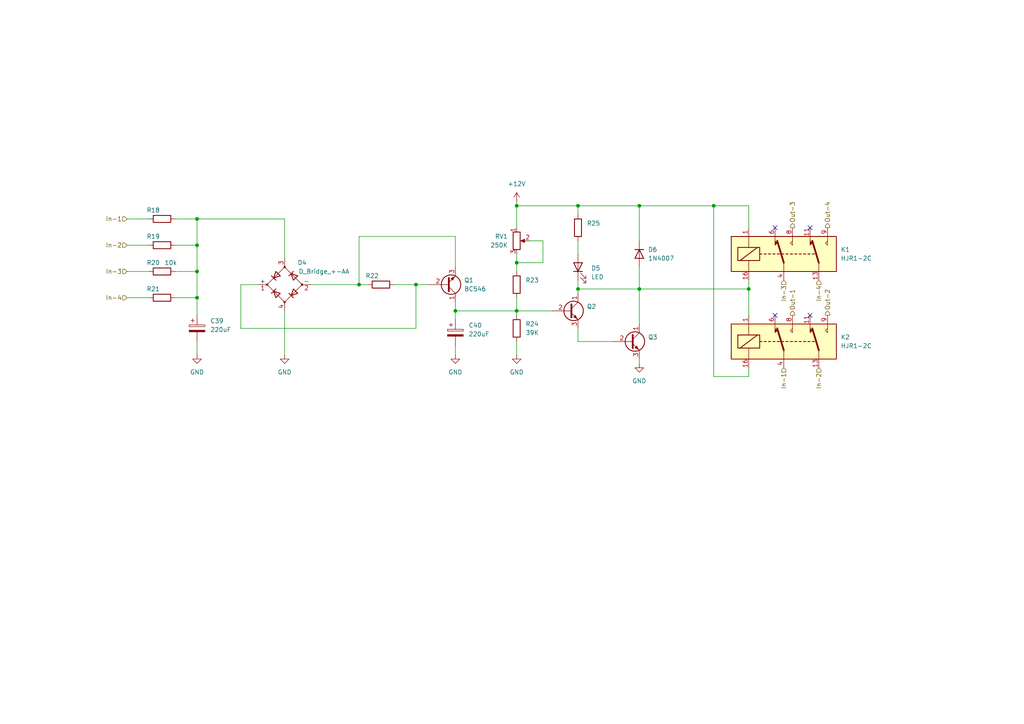
<source format=kicad_sch>
(kicad_sch (version 20211123) (generator eeschema)
  (paper "A4")
  (lib_symbols
    (symbol "Device:C_Polarized" (pin_numbers hide) (pin_names (offset 0.254))
      (property "Reference" "C" (at 0.635 2.54 0))
      (property "Value" "C_Polarized" (at 0.635 -2.54 0))
      (symbol "C_Polarized_0_1"
        (rectangle (start -2.286 0.508) (end 2.286 1.016))
        (polyline (pts (xy -1.778 2.286) (xy -0.762 2.286)))
        (polyline (pts (xy -1.27 2.794) (xy -1.27 1.778)))
        (rectangle (start 2.286 -0.508) (end -2.286 -1.016) (fill (type outline)))
      )
      (symbol "C_Polarized_1_1"
        (pin passive line (at 0 3.81 270) (length 2.794) (name "~") (number "1"))
        (pin passive line (at 0 -3.81 90) (length 2.794) (name "~") (number "2"))
      )
    )
    (symbol "Device:D_Bridge_+-AA" (pin_names (offset 0))
      (property "Reference" "D" (at 2.54 6.985 0))
      (property "Value" "D_Bridge_+-AA" (at 2.54 5.08 0))
      (symbol "D_Bridge_+-AA_0_1"
        (circle (center -5.08 0) (radius 0.254) (fill (type outline)))
        (circle (center 0 -5.08) (radius 0.254) (fill (type outline)))
        (polyline (pts (xy -2.54 3.81) (xy -1.27 2.54)) (stroke (width 0.254)))
        (polyline (pts (xy -1.27 -2.54) (xy -2.54 -3.81)) (stroke (width 0.254)))
        (polyline (pts (xy 2.54 -1.27) (xy 3.81 -2.54)) (stroke (width 0.254)))
        (polyline (pts (xy 2.54 1.27) (xy 3.81 2.54)) (stroke (width 0.254)))
        (polyline (pts (xy -3.81 2.54) (xy -2.54 1.27) (xy -1.905 3.175) (xy -3.81 2.54)) (stroke (width 0.254)))
        (polyline (pts (xy -2.54 -1.27) (xy -3.81 -2.54) (xy -1.905 -3.175) (xy -2.54 -1.27)) (stroke (width 0.254)))
        (polyline (pts (xy 1.27 2.54) (xy 2.54 3.81) (xy 3.175 1.905) (xy 1.27 2.54)) (stroke (width 0.254)))
        (polyline (pts (xy 3.175 -1.905) (xy 1.27 -2.54) (xy 2.54 -3.81) (xy 3.175 -1.905)) (stroke (width 0.254)))
        (polyline (pts (xy -5.08 0) (xy 0 -5.08) (xy 5.08 0) (xy 0 5.08) (xy -5.08 0)))
        (circle (center 0 5.08) (radius 0.254) (fill (type outline)))
        (circle (center 5.08 0) (radius 0.254) (fill (type outline)))
      )
      (symbol "D_Bridge_+-AA_1_1"
        (pin passive line (at 7.62 0 180) (length 2.54) (name "+") (number "1"))
        (pin passive line (at -7.62 0 0) (length 2.54) (name "-") (number "2"))
        (pin passive line (at 0 7.62 270) (length 2.54) (name "~") (number "3"))
        (pin passive line (at 0 -7.62 90) (length 2.54) (name "~") (number "4"))
      )
    )
    (symbol "Device:LED" (pin_numbers hide) (pin_names (offset 1.016) hide)
      (property "Reference" "D" (at 0 2.54 0))
      (property "Value" "LED" (at 0 -2.54 0))
      (symbol "LED_0_1"
        (polyline (pts (xy -1.27 -1.27) (xy -1.27 1.27)) (stroke (width 0.254)))
        (polyline (pts (xy -1.27 0) (xy 1.27 0)))
        (polyline (pts (xy 1.27 -1.27) (xy 1.27 1.27) (xy -1.27 0) (xy 1.27 -1.27)) (stroke (width 0.254)))
        (polyline (pts (xy -3.048 -0.762) (xy -4.572 -2.286) (xy -3.81 -2.286) (xy -4.572 -2.286) (xy -4.572 -1.524)))
        (polyline (pts (xy -1.778 -0.762) (xy -3.302 -2.286) (xy -2.54 -2.286) (xy -3.302 -2.286) (xy -3.302 -1.524)))
      )
      (symbol "LED_1_1"
        (pin passive line (at -3.81 0 0) (length 2.54) (name "K") (number "1"))
        (pin passive line (at 3.81 0 180) (length 2.54) (name "A") (number "2"))
      )
    )
    (symbol "Device:R" (pin_numbers hide) (pin_names (offset 0))
      (property "Reference" "R" (at 2.032 0 90))
      (property "Value" "R" (at 0 0 90))
      (symbol "R_0_1"
        (rectangle (start -1.016 -2.54) (end 1.016 2.54) (stroke (width 0.254)))
      )
      (symbol "R_1_1"
        (pin passive line (at 0 3.81 270) (length 1.27) (name "~") (number "1"))
        (pin passive line (at 0 -3.81 90) (length 1.27) (name "~") (number "2"))
      )
    )
    (symbol "Device:R_Potentiometer" (pin_names (offset 1.016) hide)
      (property "Reference" "RV" (at -4.445 0 90))
      (property "Value" "R_Potentiometer" (at -2.54 0 90))
      (symbol "R_Potentiometer_0_1"
        (polyline (pts (xy 2.54 0) (xy 1.524 0)))
        (polyline (pts (xy 1.143 0) (xy 2.286 0.508) (xy 2.286 -0.508) (xy 1.143 0)) (fill (type outline)))
        (rectangle (start 1.016 2.54) (end -1.016 -2.54) (stroke (width 0.254)))
      )
      (symbol "R_Potentiometer_1_1"
        (pin passive line (at 0 3.81 270) (length 1.27) (name "1") (number "1"))
        (pin passive line (at 3.81 0 180) (length 1.27) (name "2") (number "2"))
        (pin passive line (at 0 -3.81 90) (length 1.27) (name "3") (number "3"))
      )
    )
    (symbol "Diode:1N4007" (pin_numbers hide) (pin_names (offset 1.016) hide)
      (property "Reference" "D" (at 0 2.54 0))
      (property "Value" "1N4007" (at 0 -2.54 0))
      (symbol "1N4007_0_1"
        (polyline (pts (xy -1.27 1.27) (xy -1.27 -1.27)) (stroke (width 0.254)))
        (polyline (pts (xy 1.27 0) (xy -1.27 0)))
        (polyline (pts (xy 1.27 1.27) (xy 1.27 -1.27) (xy -1.27 0) (xy 1.27 1.27)) (stroke (width 0.254)))
      )
      (symbol "1N4007_1_1"
        (pin passive line (at -3.81 0 0) (length 2.54) (name "K") (number "1"))
        (pin passive line (at 3.81 0 180) (length 2.54) (name "A") (number "2"))
      )
    )
    (symbol "Relay:G5V-2"
      (property "Reference" "K" (at 16.51 3.81 0))
      (property "Value" "G5V-2" (at 16.51 1.27 0))
      (symbol "G5V-2_0_1"
        (rectangle (start -15.24 5.08) (end 15.24 -5.08) (stroke (width 0.254)) (fill (type background)))
        (rectangle (start -13.335 1.905) (end -6.985 -1.905) (stroke (width 0.254)))
        (polyline (pts (xy -12.7 -1.905) (xy -7.62 1.905)) (stroke (width 0.254)))
        (polyline (pts (xy -10.16 -5.08) (xy -10.16 -1.905)))
        (polyline (pts (xy -10.16 5.08) (xy -10.16 1.905)))
        (polyline (pts (xy -6.985 0) (xy -6.35 0)) (stroke (width 0.254)))
        (polyline (pts (xy -5.715 0) (xy -5.08 0)) (stroke (width 0.254)))
        (polyline (pts (xy -4.445 0) (xy -3.81 0)) (stroke (width 0.254)))
        (polyline (pts (xy -3.175 0) (xy -2.54 0)) (stroke (width 0.254)))
        (polyline (pts (xy -1.905 0) (xy -1.27 0)) (stroke (width 0.254)))
        (polyline (pts (xy -0.635 0) (xy 0 0)) (stroke (width 0.254)))
        (polyline (pts (xy 0 -2.54) (xy -1.905 3.81)) (stroke (width 0.508)))
        (polyline (pts (xy 0 -2.54) (xy 0 -5.08)))
        (polyline (pts (xy 0.635 0) (xy 1.27 0)) (stroke (width 0.254)))
        (polyline (pts (xy 1.905 0) (xy 2.54 0)) (stroke (width 0.254)))
        (polyline (pts (xy 3.175 0) (xy 3.81 0)) (stroke (width 0.254)))
        (polyline (pts (xy 4.445 0) (xy 5.08 0)) (stroke (width 0.254)))
        (polyline (pts (xy 5.715 0) (xy 6.35 0)) (stroke (width 0.254)))
        (polyline (pts (xy 6.985 0) (xy 7.62 0)) (stroke (width 0.254)))
        (polyline (pts (xy 8.255 0) (xy 8.89 0)) (stroke (width 0.254)))
        (polyline (pts (xy 10.16 -2.54) (xy 8.255 3.81)) (stroke (width 0.508)))
        (polyline (pts (xy 10.16 -2.54) (xy 10.16 -5.08)))
        (polyline (pts (xy -2.54 5.08) (xy -2.54 2.54) (xy -1.905 3.175) (xy -2.54 3.81)) (fill (type outline)))
        (polyline (pts (xy 2.54 5.08) (xy 2.54 2.54) (xy 1.905 3.175) (xy 2.54 3.81)))
        (polyline (pts (xy 7.62 5.08) (xy 7.62 2.54) (xy 8.255 3.175) (xy 7.62 3.81)) (fill (type outline)))
        (polyline (pts (xy 12.7 5.08) (xy 12.7 2.54) (xy 12.065 3.175) (xy 12.7 3.81)))
      )
      (symbol "G5V-2_1_1"
        (pin passive line (at -10.16 7.62 270) (length 2.54) (name "~") (number "1"))
        (pin passive line (at 7.62 7.62 270) (length 2.54) (name "~") (number "11"))
        (pin passive line (at 10.16 -7.62 90) (length 2.54) (name "~") (number "13"))
        (pin passive line (at -10.16 -7.62 90) (length 2.54) (name "~") (number "16"))
        (pin passive line (at 0 -7.62 90) (length 2.54) (name "~") (number "4"))
        (pin passive line (at -2.54 7.62 270) (length 2.54) (name "~") (number "6"))
        (pin passive line (at 2.54 7.62 270) (length 2.54) (name "~") (number "8"))
        (pin passive line (at 12.7 7.62 270) (length 2.54) (name "~") (number "9"))
      )
    )
    (symbol "Transistor_BJT:BC546" (pin_names (offset 0) hide)
      (property "Reference" "Q" (at 5.08 1.905 0))
      (property "Value" "BC546" (at 5.08 0 0))
      (symbol "BC546_0_1"
        (polyline (pts (xy 0 0) (xy 0.635 0)))
        (polyline (pts (xy 0.635 0.635) (xy 2.54 2.54)))
        (polyline (pts (xy 0.635 -0.635) (xy 2.54 -2.54) (xy 2.54 -2.54)))
        (polyline (pts (xy 0.635 1.905) (xy 0.635 -1.905) (xy 0.635 -1.905)) (stroke (width 0.508)))
        (polyline (pts (xy 1.27 -1.778) (xy 1.778 -1.27) (xy 2.286 -2.286) (xy 1.27 -1.778) (xy 1.27 -1.778)) (fill (type outline)))
        (circle (center 1.27 0) (radius 2.8194) (stroke (width 0.254)))
      )
      (symbol "BC546_1_1"
        (pin passive line (at 2.54 5.08 270) (length 2.54) (name "C") (number "1"))
        (pin input line (at -5.08 0 0) (length 5.08) (name "B") (number "2"))
        (pin passive line (at 2.54 -5.08 90) (length 2.54) (name "E") (number "3"))
      )
    )
    (symbol "Transistor_BJT:BC547" (pin_names (offset 0) hide)
      (property "Reference" "Q" (at 5.08 1.905 0))
      (property "Value" "BC547" (at 5.08 0 0))
      (symbol "BC547_0_1"
        (polyline (pts (xy 0 0) (xy 0.635 0)))
        (polyline (pts (xy 0.635 0.635) (xy 2.54 2.54)))
        (polyline (pts (xy 0.635 -0.635) (xy 2.54 -2.54) (xy 2.54 -2.54)))
        (polyline (pts (xy 0.635 1.905) (xy 0.635 -1.905) (xy 0.635 -1.905)) (stroke (width 0.508)))
        (polyline (pts (xy 1.27 -1.778) (xy 1.778 -1.27) (xy 2.286 -2.286) (xy 1.27 -1.778) (xy 1.27 -1.778)) (fill (type outline)))
        (circle (center 1.27 0) (radius 2.8194) (stroke (width 0.254)))
      )
      (symbol "BC547_1_1"
        (pin passive line (at 2.54 5.08 270) (length 2.54) (name "C") (number "1"))
        (pin input line (at -5.08 0 0) (length 5.08) (name "B") (number "2"))
        (pin passive line (at 2.54 -5.08 90) (length 2.54) (name "E") (number "3"))
      )
    )
    (symbol "power:+12V" (power) (pin_names (offset 0))
      (property "Value" "+12V" (at 0 3.556 0))
      (symbol "+12V_0_1"
        (polyline (pts (xy -0.762 1.27) (xy 0 2.54)))
        (polyline (pts (xy 0 0) (xy 0 2.54)))
        (polyline (pts (xy 0 2.54) (xy 0.762 1.27)))
      )
      (symbol "+12V_1_1"
        (pin power_in line (at 0 0 90) (length 0) hide (name "+12V") (number "1"))
      )
    )
    (symbol "power:GND" (power) (pin_names (offset 0))
      (property "Value" "GND" (at 0 -3.81 0))
      (symbol "GND_0_1"
        (polyline (pts (xy 0 0) (xy 0 -1.27) (xy 1.27 -1.27) (xy 0 -2.54) (xy -1.27 -1.27) (xy 0 -1.27)))
      )
      (symbol "GND_1_1"
        (pin power_in line (at 0 0 270) (length 0) hide (name "GND") (number "1"))
      )
    )
  )
  (junction (at 132.08 90.17))
  (junction (at 57.15 63.5))
  (junction (at 149.86 59.69))
  (junction (at 57.15 78.74))
  (junction (at 167.64 59.69))
  (junction (at 217.17 83.82))
  (junction (at 185.42 59.69))
  (junction (at 149.86 90.17))
  (junction (at 57.15 71.12))
  (junction (at 57.15 86.36))
  (junction (at 120.65 82.55))
  (junction (at 104.14 82.55))
  (junction (at 185.42 83.82))
  (junction (at 207.01 59.69))
  (junction (at 149.86 76.2))
  (junction (at 167.64 83.82))
  (no_connect (at 224.79 91.44))
  (no_connect (at 234.95 66.04))
  (no_connect (at 224.79 66.04))
  (no_connect (at 234.95 91.44))
  (wire (pts (xy 167.64 69.85) (xy 167.64 73.66)))
  (wire (pts (xy 217.17 81.28) (xy 217.17 83.82)))
  (wire (pts (xy 57.15 63.5) (xy 57.15 71.12)))
  (wire (pts (xy 132.08 90.17) (xy 149.86 90.17)))
  (wire (pts (xy 132.08 90.17) (xy 132.08 92.71)))
  (wire (pts (xy 185.42 59.69) (xy 207.01 59.69)))
  (wire (pts (xy 74.93 82.55) (xy 69.85 82.55)))
  (wire (pts (xy 120.65 82.55) (xy 114.3 82.55)))
  (wire (pts (xy 82.55 90.17) (xy 82.55 102.87)))
  (wire (pts (xy 69.85 95.25) (xy 120.65 95.25)))
  (wire (pts (xy 185.42 77.47) (xy 185.42 83.82)))
  (wire (pts (xy 57.15 91.44) (xy 57.15 86.36)))
  (wire (pts (xy 82.55 74.93) (xy 82.55 63.5)))
  (wire (pts (xy 120.65 95.25) (xy 120.65 82.55)))
  (wire (pts (xy 50.8 63.5) (xy 57.15 63.5)))
  (wire (pts (xy 57.15 99.06) (xy 57.15 102.87)))
  (wire (pts (xy 36.83 63.5) (xy 43.18 63.5)))
  (wire (pts (xy 185.42 83.82) (xy 185.42 93.98)))
  (wire (pts (xy 149.86 59.69) (xy 149.86 66.04)))
  (wire (pts (xy 50.8 71.12) (xy 57.15 71.12)))
  (wire (pts (xy 149.86 86.36) (xy 149.86 90.17)))
  (wire (pts (xy 132.08 68.58) (xy 104.14 68.58)))
  (wire (pts (xy 69.85 82.55) (xy 69.85 95.25)))
  (wire (pts (xy 104.14 82.55) (xy 106.68 82.55)))
  (wire (pts (xy 132.08 77.47) (xy 132.08 68.58)))
  (wire (pts (xy 207.01 59.69) (xy 207.01 109.22)))
  (wire (pts (xy 177.8 99.06) (xy 167.64 99.06)))
  (wire (pts (xy 149.86 76.2) (xy 149.86 78.74)))
  (wire (pts (xy 149.86 76.2) (xy 157.48 76.2)))
  (wire (pts (xy 57.15 71.12) (xy 57.15 78.74)))
  (wire (pts (xy 167.64 81.28) (xy 167.64 83.82)))
  (wire (pts (xy 149.86 58.42) (xy 149.86 59.69)))
  (wire (pts (xy 36.83 78.74) (xy 43.18 78.74)))
  (wire (pts (xy 217.17 106.68) (xy 217.17 109.22)))
  (wire (pts (xy 185.42 104.14) (xy 185.42 105.41)))
  (wire (pts (xy 149.86 99.06) (xy 149.86 102.87)))
  (wire (pts (xy 217.17 83.82) (xy 217.17 91.44)))
  (wire (pts (xy 185.42 83.82) (xy 217.17 83.82)))
  (wire (pts (xy 36.83 71.12) (xy 43.18 71.12)))
  (wire (pts (xy 57.15 86.36) (xy 50.8 86.36)))
  (wire (pts (xy 132.08 87.63) (xy 132.08 90.17)))
  (wire (pts (xy 149.86 90.17) (xy 149.86 91.44)))
  (wire (pts (xy 104.14 68.58) (xy 104.14 82.55)))
  (wire (pts (xy 149.86 90.17) (xy 160.02 90.17)))
  (wire (pts (xy 167.64 59.69) (xy 149.86 59.69)))
  (wire (pts (xy 57.15 78.74) (xy 57.15 86.36)))
  (wire (pts (xy 36.83 86.36) (xy 43.18 86.36)))
  (wire (pts (xy 90.17 82.55) (xy 104.14 82.55)))
  (wire (pts (xy 217.17 109.22) (xy 207.01 109.22)))
  (wire (pts (xy 157.48 69.85) (xy 153.67 69.85)))
  (wire (pts (xy 120.65 82.55) (xy 124.46 82.55)))
  (wire (pts (xy 50.8 78.74) (xy 57.15 78.74)))
  (wire (pts (xy 149.86 73.66) (xy 149.86 76.2)))
  (wire (pts (xy 185.42 69.85) (xy 185.42 59.69)))
  (wire (pts (xy 217.17 59.69) (xy 217.17 66.04)))
  (wire (pts (xy 167.64 62.23) (xy 167.64 59.69)))
  (wire (pts (xy 167.64 83.82) (xy 167.64 85.09)))
  (wire (pts (xy 167.64 99.06) (xy 167.64 95.25)))
  (wire (pts (xy 207.01 59.69) (xy 217.17 59.69)))
  (wire (pts (xy 167.64 83.82) (xy 185.42 83.82)))
  (wire (pts (xy 82.55 63.5) (xy 57.15 63.5)))
  (wire (pts (xy 132.08 100.33) (xy 132.08 102.87)))
  (wire (pts (xy 185.42 59.69) (xy 167.64 59.69)))
  (wire (pts (xy 157.48 76.2) (xy 157.48 69.85)))
  (hierarchical_label "Out-2" (shape output) (at 240.03 91.44 90))
  (hierarchical_label "Out-4" (shape output) (at 240.03 66.04 90))
  (hierarchical_label "In-4" (shape input) (at 237.49 81.28 270))
  (hierarchical_label "Out-1" (shape output) (at 229.87 91.44 90))
  (hierarchical_label "In-4" (shape input) (at 36.83 86.36 180))
  (hierarchical_label "In-1" (shape input) (at 36.83 63.5 180))
  (hierarchical_label "In-3" (shape input) (at 227.33 81.28 270))
  (hierarchical_label "In-1" (shape input) (at 227.33 106.68 270))
  (hierarchical_label "In-3" (shape input) (at 36.83 78.74 180))
  (hierarchical_label "Out-3" (shape output) (at 229.87 66.04 90))
  (hierarchical_label "In-2" (shape input) (at 237.49 106.68 270))
  (hierarchical_label "In-2" (shape input) (at 36.83 71.12 180))
  (symbol (lib_id "Device:R") (at 46.99 78.74 90) (unit 1)
    (property "Reference" "R20" (at 44.45 76.2 90))
    (property "Value" "10k" (at 49.53 76.2 90))
    (property "Footprint" "Resistor_THT:R_Axial_DIN0207_L6.3mm_D2.5mm_P10.16mm_Horizontal" (effects hide))
    (property "Type" "1/4 W" (effects hide))
  )
  (symbol (lib_id "Device:C_Polarized") (at 57.15 95.25 0) (unit 1)
    (property "Reference" "C39" (at 60.96 93.0909 0) (effects (justify left)))
    (property "Value" "220uF" (at 60.96 95.6309 0) (effects (justify left)))
    (property "Footprint" "Capacitor_THT:CP_Radial_D8.0mm_P5.00mm" (effects hide))
    (property "Voltage" "35v" (effects hide))
    (property "Type" "Electrolitico" (effects hide))
  )
  (symbol (lib_id "Device:R") (at 167.64 66.04 0) (unit 1)
    (property "Reference" "R25" (at 170.18 64.7699 0) (effects (justify left)))
    (property "Type" "1/4 W" (effects hide))
  )
  (symbol (lib_id "Relay:G5V-2") (at 227.33 99.06 0) (unit 1)
    (property "Reference" "K2" (at 243.84 97.7899 0) (effects (justify left)))
    (property "Value" "HJR1-2C" (at 243.84 100.3299 0) (effects (justify left)))
    (property "Footprint" "Relay_THT:Relay_DPDT_Omron_G5V-2" (effects hide))
    (property "Datasheet" "https://static.rapidonline.com/pdf/60-4460e.pdf" (effects hide))
  )
  (symbol (lib_id "power:GND") (at 149.86 102.87 0) (unit 1)
    (property "Reference" "#PWR056" (effects hide))
    (property "Value" "GND" (at 149.86 107.95 0))
  )
  (symbol (lib_id "Diode:1N4007") (at 185.42 73.66 270) (unit 1)
    (property "Reference" "D6" (at 187.96 72.3899 90) (effects (justify left)))
    (property "Value" "1N4007" (at 187.96 74.9299 90) (effects (justify left)))
    (property "Footprint" "Diode_THT:D_DO-41_SOD81_P10.16mm_Horizontal" (effects hide))
    (property "Datasheet" "http://www.vishay.com/docs/88503/1n4001.pdf" (effects hide))
  )
  (symbol (lib_id "power:GND") (at 57.15 102.87 0) (unit 1)
    (property "Reference" "#PWR052" (effects hide))
    (property "Value" "GND" (at 57.15 107.95 0))
  )
  (symbol (lib_id "Device:C_Polarized") (at 132.08 96.52 0) (unit 1)
    (property "Reference" "C40" (at 135.89 94.3609 0) (effects (justify left)))
    (property "Value" "220uF" (at 135.89 96.9009 0) (effects (justify left)))
    (property "Footprint" "Capacitor_THT:CP_Radial_D8.0mm_P5.00mm" (effects hide))
    (property "Voltage" "35v" (effects hide))
    (property "Type" "Electrolitico" (effects hide))
  )
  (symbol (lib_id "Device:R") (at 110.49 82.55 90) (unit 1)
    (property "Reference" "R22" (at 107.95 80.01 90))
    (property "Type" "1/4 W" (effects hide))
  )
  (symbol (lib_id "Device:R_Potentiometer") (at 149.86 69.85 0) (unit 1)
    (property "Reference" "RV1" (at 147.32 68.5799 0) (effects (justify right)))
    (property "Value" "250K" (at 147.32 71.1199 0) (effects (justify right)))
    (property "Footprint" "Potentiometer_THT:Potentiometer_Bourns_3296W_Vertical" (effects hide))
  )
  (symbol (lib_id "Transistor_BJT:BC546") (at 129.54 82.55 0) (mirror x) (unit 1)
    (property "Reference" "Q1" (at 134.62 81.2799 0) (effects (justify left)))
    (property "Value" "BC546" (at 134.62 83.8199 0) (effects (justify left)))
    (property "Footprint" "Package_TO_SOT_THT:TO-92L_Inline_Wide" (effects hide))
    (property "Datasheet" "https://www.onsemi.com/pub/Collateral/BC550-D.pdf" (effects hide))
  )
  (symbol (lib_id "Relay:G5V-2") (at 227.33 73.66 0) (unit 1)
    (property "Reference" "K1" (at 243.84 72.3899 0) (effects (justify left)))
    (property "Value" "HJR1-2C" (at 243.84 74.9299 0) (effects (justify left)))
    (property "Footprint" "Relay_THT:Relay_DPDT_Omron_G5V-2" (effects hide))
    (property "Datasheet" "https://static.rapidonline.com/pdf/60-4460e.pdf" (effects hide))
  )
  (symbol (lib_id "power:GND") (at 82.55 102.87 0) (unit 1)
    (property "Reference" "#PWR053" (effects hide))
    (property "Value" "GND" (at 82.55 107.95 0))
  )
  (symbol (lib_id "Transistor_BJT:BC546") (at 165.1 90.17 0) (unit 1)
    (property "Reference" "Q2" (at 170.18 88.8999 0) (effects (justify left)))
    (property "Datasheet" "https://www.onsemi.com/pub/Collateral/BC550-D.pdf" (effects hide))
  )
  (symbol (lib_id "power:GND") (at 185.42 105.41 0) (unit 1)
    (property "Reference" "#PWR057" (effects hide))
    (property "Value" "GND" (at 185.42 110.49 0))
  )
  (symbol (lib_id "Transistor_BJT:BC547") (at 182.88 99.06 0) (unit 1)
    (property "Reference" "Q3" (at 187.96 97.7899 0) (effects (justify left)))
    (property "Datasheet" "https://www.onsemi.com/pub/Collateral/BC550-D.pdf" (effects hide))
  )
  (symbol (lib_id "power:GND") (at 132.08 102.87 0) (unit 1)
    (property "Reference" "#PWR054" (effects hide))
    (property "Value" "GND" (at 132.08 107.95 0))
  )
  (symbol (lib_id "Device:R") (at 46.99 63.5 90) (unit 1)
    (property "Reference" "R18" (at 44.45 60.96 90))
    (property "Type" "1/4 W" (effects hide))
  )
  (symbol (lib_id "Device:R") (at 46.99 71.12 90) (unit 1)
    (property "Reference" "R19" (at 44.45 68.58 90))
    (property "Type" "1/4 W" (effects hide))
  )
  (symbol (lib_id "Device:R") (at 149.86 82.55 0) (unit 1)
    (property "Reference" "R23" (at 152.4 81.2799 0) (effects (justify left)))
    (property "Type" "1/4 W" (effects hide))
  )
  (symbol (lib_id "Device:D_Bridge_+-AA") (at 82.55 82.55 0) (mirror y) (unit 1)
    (property "Reference" "D4" (at 87.63 76.2 0))
    (property "Value" "D_Bridge_+-AA" (at 93.98 78.74 0))
    (property "Footprint" "Diode_THT:Diode_Bridge_Round_D9.0mm" (effects hide))
  )
  (symbol (lib_id "Device:R") (at 149.86 95.25 0) (unit 1)
    (property "Reference" "R24" (at 152.4 93.9799 0) (effects (justify left)))
    (property "Value" "39K" (at 152.4 96.5199 0) (effects (justify left)))
    (property "Footprint" "Resistor_THT:R_Axial_DIN0207_L6.3mm_D2.5mm_P10.16mm_Horizontal" (effects hide))
    (property "Type" "1/4 W" (effects hide))
  )
  (symbol (lib_id "power:+12V") (at 149.86 58.42 0) (unit 1)
    (property "Reference" "#PWR055" (effects hide))
    (property "Value" "+12V" (at 149.86 53.34 0))
  )
  (symbol (lib_id "Device:LED") (at 167.64 77.47 90) (unit 1)
    (property "Reference" "D5" (at 171.45 77.7874 90) (effects (justify right)))
    (property "Value" "LED" (at 171.45 80.3274 90) (effects (justify right)))
    (property "Footprint" "LED_THT:LED_D5.0mm" (effects hide))
  )
  (symbol (lib_id "Device:R") (at 46.99 86.36 90) (unit 1)
    (property "Reference" "R21" (at 44.45 83.82 90))
    (property "Type" "1/4 W" (effects hide))
  )
)
</source>
